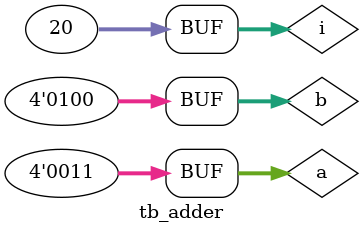
<source format=v>
`timescale 1ns / 1ps

module tb_adder ();

    reg  [3:0] a;
    reg  [3:0] b;
    wire [3:0] sum;
    wire       carry;

    adder dut (
        .a(a),
        .b(b),
        .sum(sum),
        .carry(carry)
    );

    integer i;
    initial begin
        #00 a = 1;
        b = 2;
        #10 a = 5;
        b = 3;
        #10 a = 1;
        b = 5;
        #10 a = 2;
        b = 4;
        #10 a = 1;
        b = 1;
        for (i = 0; i < 20; i = i + 1) begin
            #10 a = i;
            b = i + 1;
        end
    end
endmodule

</source>
